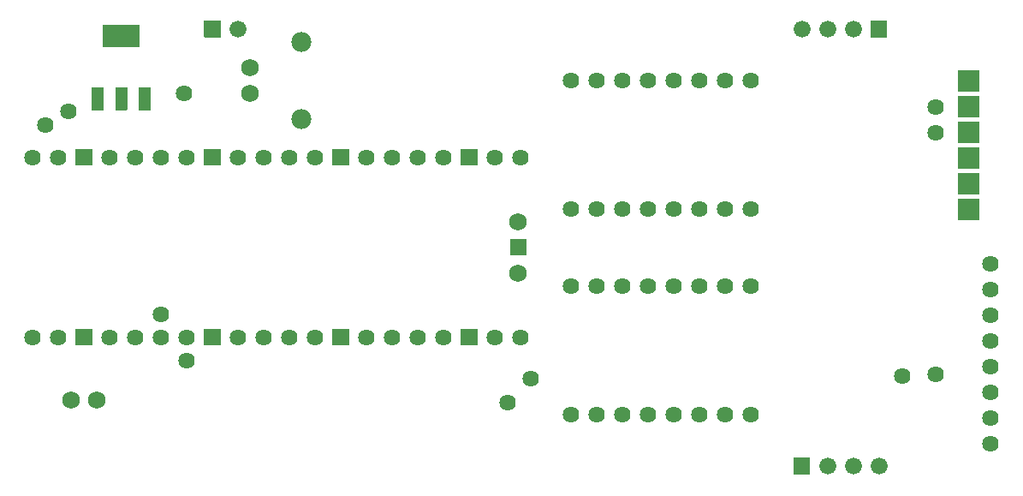
<source format=gts>
G04 Layer: TopSolderMaskLayer*
G04 EasyEDA v6.5.9, 2022-08-16 23:28:22*
G04 f5b14a09dd684442802db1c3ffc6393c,10*
G04 Gerber Generator version 0.2*
G04 Scale: 100 percent, Rotated: No, Reflected: No *
G04 Dimensions in millimeters *
G04 leading zeros omitted , absolute positions ,4 integer and 5 decimal *
%FSLAX45Y45*%
%MOMM*%

%ADD10C,1.7526*%
%ADD11C,1.9812*%
%ADD12C,1.6764*%
%ADD13C,1.6256*%
%ADD14C,1.7272*%
%ADD15C,0.0192*%

%LPD*%
D10*
G01*
X2286000Y4064000D03*
G01*
X2286000Y4318000D03*
G01*
X774700Y1028700D03*
G01*
X520700Y1028700D03*
D11*
G01*
X2794000Y3810000D03*
G01*
X2794000Y4572000D03*
G36*
X7668259Y297179D02*
G01*
X7666735Y297434D01*
X7665211Y298195D01*
X7664195Y299212D01*
X7663433Y300736D01*
X7663179Y302260D01*
X7663179Y302260D01*
X7663179Y459739D01*
X7663179Y459739D01*
X7663433Y461263D01*
X7664195Y462787D01*
X7665211Y463804D01*
X7666735Y464565D01*
X7668259Y464820D01*
X7825740Y464820D01*
X7827264Y464565D01*
X7828788Y463804D01*
X7829804Y462787D01*
X7830566Y461263D01*
X7830820Y459739D01*
X7830820Y459739D01*
X7830820Y302260D01*
X7830820Y302260D01*
X7830566Y300736D01*
X7829804Y299212D01*
X7828788Y298195D01*
X7827264Y297434D01*
X7825740Y297179D01*
G37*
D12*
G01*
X8001000Y381000D03*
G01*
X8255000Y381000D03*
G01*
X8509000Y381000D03*
G36*
X8430259Y4615179D02*
G01*
X8428735Y4615434D01*
X8427211Y4616195D01*
X8426195Y4617212D01*
X8425433Y4618736D01*
X8425179Y4620260D01*
X8425179Y4620260D01*
X8425179Y4777739D01*
X8425179Y4777739D01*
X8425433Y4779263D01*
X8426195Y4780787D01*
X8427211Y4781804D01*
X8428735Y4782565D01*
X8430259Y4782820D01*
X8587740Y4782820D01*
X8589264Y4782565D01*
X8590788Y4781804D01*
X8591804Y4780787D01*
X8592566Y4779263D01*
X8592820Y4777739D01*
X8592820Y4777739D01*
X8592820Y4620260D01*
X8592820Y4620260D01*
X8592566Y4618736D01*
X8591804Y4617212D01*
X8590788Y4616195D01*
X8589264Y4615434D01*
X8587740Y4615179D01*
G37*
G01*
X8255000Y4699000D03*
G01*
X8001000Y4699000D03*
G01*
X7747000Y4699000D03*
G36*
X1838960Y4615179D02*
G01*
X1837436Y4615434D01*
X1835912Y4616195D01*
X1834895Y4617212D01*
X1834134Y4618736D01*
X1833879Y4620260D01*
X1833879Y4777739D01*
X1834134Y4779263D01*
X1834895Y4780787D01*
X1835912Y4781804D01*
X1837436Y4782565D01*
X1838960Y4782820D01*
X1996440Y4782820D01*
X1997964Y4782565D01*
X1999488Y4781804D01*
X2000504Y4780787D01*
X2001266Y4779263D01*
X2001520Y4777739D01*
X2001520Y4777739D01*
X2001520Y4620260D01*
X2001520Y4620260D01*
X2001266Y4618736D01*
X2000504Y4617212D01*
X1999488Y4616195D01*
X1997964Y4615434D01*
X1996440Y4615179D01*
G37*
G01*
X2171700Y4699000D03*
D13*
G01*
X139700Y1651000D03*
G01*
X393700Y1651000D03*
G36*
X571500Y1569720D02*
G01*
X569976Y1569973D01*
X568452Y1570736D01*
X567436Y1571752D01*
X566673Y1573276D01*
X566420Y1574800D01*
X566420Y1727200D01*
X566673Y1728723D01*
X567436Y1730247D01*
X568452Y1731263D01*
X569976Y1732026D01*
X571500Y1732279D01*
X723900Y1732279D01*
X725423Y1732026D01*
X726947Y1731263D01*
X727963Y1730247D01*
X728726Y1728723D01*
X728979Y1727200D01*
X728979Y1574800D01*
X728726Y1573276D01*
X727963Y1571752D01*
X726947Y1570736D01*
X725423Y1569973D01*
X723900Y1569720D01*
G37*
G36*
X4381500Y1569720D02*
G01*
X4379975Y1569973D01*
X4378452Y1570736D01*
X4377436Y1571752D01*
X4376674Y1573276D01*
X4376420Y1574800D01*
X4376420Y1727200D01*
X4376674Y1728723D01*
X4377436Y1730247D01*
X4378452Y1731263D01*
X4379975Y1732026D01*
X4381500Y1732279D01*
X4533900Y1732279D01*
X4535424Y1732026D01*
X4536947Y1731263D01*
X4537963Y1730247D01*
X4538725Y1728723D01*
X4538979Y1727200D01*
X4538979Y1574800D01*
X4538725Y1573276D01*
X4537963Y1571752D01*
X4536947Y1570736D01*
X4535424Y1569973D01*
X4533900Y1569720D01*
G37*
G01*
X4711700Y1651000D03*
G01*
X4965700Y1651000D03*
G01*
X4965700Y3429000D03*
G01*
X4711700Y3429000D03*
G36*
X4381500Y3347720D02*
G01*
X4379975Y3347973D01*
X4378452Y3348736D01*
X4377436Y3349752D01*
X4376674Y3351276D01*
X4376420Y3352800D01*
X4376420Y3505200D01*
X4376674Y3506723D01*
X4377436Y3508247D01*
X4378452Y3509263D01*
X4379975Y3510026D01*
X4381500Y3510279D01*
X4533900Y3510279D01*
X4535424Y3510026D01*
X4536947Y3509263D01*
X4537963Y3508247D01*
X4538725Y3506723D01*
X4538979Y3505200D01*
X4538979Y3352800D01*
X4538725Y3351276D01*
X4537963Y3349752D01*
X4536947Y3348736D01*
X4535424Y3347973D01*
X4533900Y3347720D01*
G37*
G01*
X4203700Y3429000D03*
G01*
X3949700Y3429000D03*
G01*
X3695700Y3429000D03*
G01*
X3441700Y3429000D03*
G36*
X3111500Y3347720D02*
G01*
X3109975Y3347973D01*
X3108452Y3348736D01*
X3107436Y3349752D01*
X3106674Y3351276D01*
X3106420Y3352800D01*
X3106420Y3505200D01*
X3106674Y3506723D01*
X3107436Y3508247D01*
X3108452Y3509263D01*
X3109975Y3510026D01*
X3111500Y3510279D01*
X3263900Y3510279D01*
X3265424Y3510026D01*
X3266947Y3509263D01*
X3267963Y3508247D01*
X3268725Y3506723D01*
X3268979Y3505200D01*
X3268979Y3352800D01*
X3268725Y3351276D01*
X3267963Y3349752D01*
X3266947Y3348736D01*
X3265424Y3347973D01*
X3263900Y3347720D01*
G37*
G01*
X2933700Y3429000D03*
G01*
X2679700Y3429000D03*
G01*
X2425700Y3429000D03*
G01*
X2171700Y3429000D03*
G36*
X1841500Y3347720D02*
G01*
X1839976Y3347973D01*
X1838452Y3348736D01*
X1837436Y3349752D01*
X1836673Y3351276D01*
X1836420Y3352800D01*
X1836420Y3505200D01*
X1836673Y3506723D01*
X1837436Y3508247D01*
X1838452Y3509263D01*
X1839976Y3510026D01*
X1841500Y3510279D01*
X1993900Y3510279D01*
X1995424Y3510026D01*
X1996947Y3509263D01*
X1997963Y3508247D01*
X1998725Y3506723D01*
X1998979Y3505200D01*
X1998979Y3352800D01*
X1998725Y3351276D01*
X1997963Y3349752D01*
X1996947Y3348736D01*
X1995424Y3347973D01*
X1993900Y3347720D01*
G37*
G01*
X1663700Y3429000D03*
G01*
X1409700Y3429000D03*
G01*
X1155700Y3429000D03*
G01*
X901700Y3429000D03*
G36*
X571500Y3347720D02*
G01*
X569976Y3347973D01*
X568452Y3348736D01*
X567436Y3349752D01*
X566673Y3351276D01*
X566420Y3352800D01*
X566420Y3505200D01*
X566673Y3506723D01*
X567436Y3508247D01*
X568452Y3509263D01*
X569976Y3510026D01*
X571500Y3510279D01*
X723900Y3510279D01*
X725423Y3510026D01*
X726947Y3509263D01*
X727963Y3508247D01*
X728726Y3506723D01*
X728979Y3505200D01*
X728979Y3352800D01*
X728726Y3351276D01*
X727963Y3349752D01*
X726947Y3348736D01*
X725423Y3347973D01*
X723900Y3347720D01*
G37*
G01*
X393700Y3429000D03*
G01*
X139700Y3429000D03*
D14*
G01*
X4942713Y2286000D03*
G36*
X4866500Y2458720D02*
G01*
X4864976Y2458973D01*
X4863452Y2459736D01*
X4862436Y2460752D01*
X4861674Y2462276D01*
X4861420Y2463800D01*
X4861306Y2463800D01*
X4861306Y2616200D01*
X4861420Y2616200D01*
X4861674Y2617723D01*
X4862436Y2619247D01*
X4863452Y2620263D01*
X4864976Y2621026D01*
X4866500Y2621279D01*
X5018900Y2621279D01*
X5020424Y2621026D01*
X5021948Y2620263D01*
X5022964Y2619247D01*
X5023726Y2617723D01*
X5023980Y2616200D01*
X5023865Y2616200D01*
X5023865Y2463800D01*
X5023980Y2463800D01*
X5023726Y2462276D01*
X5022964Y2460752D01*
X5021948Y2459736D01*
X5020424Y2458973D01*
X5018900Y2458720D01*
G37*
G01*
X4942713Y2794000D03*
D13*
G01*
X901700Y1651000D03*
G01*
X1155700Y1651000D03*
G01*
X1409700Y1651000D03*
G01*
X1663700Y1651000D03*
G36*
X1841500Y1569720D02*
G01*
X1839976Y1569973D01*
X1838452Y1570736D01*
X1837436Y1571752D01*
X1836673Y1573276D01*
X1836420Y1574800D01*
X1836420Y1727200D01*
X1836673Y1728723D01*
X1837436Y1730247D01*
X1838452Y1731263D01*
X1839976Y1732026D01*
X1841500Y1732279D01*
X1993900Y1732279D01*
X1995424Y1732026D01*
X1996947Y1731263D01*
X1997963Y1730247D01*
X1998725Y1728723D01*
X1998979Y1727200D01*
X1998979Y1574800D01*
X1998725Y1573276D01*
X1997963Y1571752D01*
X1996947Y1570736D01*
X1995424Y1569973D01*
X1993900Y1569720D01*
G37*
G01*
X2171700Y1651000D03*
G01*
X2425700Y1651000D03*
G01*
X2679700Y1651000D03*
G01*
X2933700Y1651000D03*
G36*
X3111500Y1569720D02*
G01*
X3109975Y1569973D01*
X3108452Y1570736D01*
X3107436Y1571752D01*
X3106674Y1573276D01*
X3106420Y1574800D01*
X3106420Y1727200D01*
X3106674Y1728723D01*
X3107436Y1730247D01*
X3108452Y1731263D01*
X3109975Y1732026D01*
X3111500Y1732279D01*
X3263900Y1732279D01*
X3265424Y1732026D01*
X3266947Y1731263D01*
X3267963Y1730247D01*
X3268725Y1728723D01*
X3268979Y1727200D01*
X3268979Y1574800D01*
X3268725Y1573276D01*
X3267963Y1571752D01*
X3266947Y1570736D01*
X3265424Y1569973D01*
X3263900Y1569720D01*
G37*
G01*
X3441700Y1651000D03*
G01*
X3695700Y1651000D03*
G01*
X3949700Y1651000D03*
G01*
X4203700Y1651000D03*
G01*
X5969000Y2159000D03*
G01*
X5715000Y2159000D03*
G01*
X5461000Y2159000D03*
G01*
X6223000Y2159000D03*
G01*
X6477000Y2159000D03*
G01*
X6731000Y2159000D03*
G01*
X6985000Y2159000D03*
G01*
X7239000Y2159000D03*
G01*
X7239000Y889000D03*
G01*
X6985000Y889000D03*
G01*
X6731000Y889000D03*
G01*
X6477000Y889000D03*
G01*
X6223000Y889000D03*
G01*
X5969000Y889000D03*
G01*
X5715000Y889000D03*
G01*
X5461000Y889000D03*
G01*
X6731000Y2921000D03*
G01*
X6985000Y2921000D03*
G01*
X7239000Y2921000D03*
G01*
X6477000Y2921000D03*
G01*
X6223000Y2921000D03*
G01*
X5969000Y2921000D03*
G01*
X5715000Y2921000D03*
G01*
X5461000Y2921000D03*
G01*
X5461000Y4191000D03*
G01*
X5715000Y4191000D03*
G01*
X5969000Y4191000D03*
G01*
X6223000Y4191000D03*
G01*
X6477000Y4191000D03*
G01*
X6731000Y4191000D03*
G01*
X6985000Y4191000D03*
G01*
X7239000Y4191000D03*
G36*
X840739Y4514850D02*
G01*
X839215Y4515104D01*
X837692Y4515865D01*
X836676Y4516881D01*
X835913Y4518405D01*
X835660Y4519929D01*
X835660Y4735829D01*
X835913Y4737354D01*
X836676Y4738878D01*
X837692Y4739894D01*
X839215Y4740655D01*
X840739Y4740910D01*
X1191260Y4740910D01*
X1192784Y4740655D01*
X1194307Y4739894D01*
X1195323Y4738878D01*
X1196086Y4737354D01*
X1196339Y4735829D01*
X1196339Y4519929D01*
X1196086Y4518405D01*
X1195323Y4516881D01*
X1194307Y4515865D01*
X1192784Y4515104D01*
X1191260Y4514850D01*
G37*
G36*
X1192529Y3895089D02*
G01*
X1191005Y3895344D01*
X1189481Y3896105D01*
X1188465Y3897121D01*
X1187704Y3898645D01*
X1187450Y3900170D01*
X1187450Y4116070D01*
X1187704Y4117594D01*
X1188465Y4119118D01*
X1189481Y4120134D01*
X1191005Y4120895D01*
X1192529Y4121150D01*
X1301750Y4121150D01*
X1303273Y4120895D01*
X1304797Y4120134D01*
X1305813Y4119118D01*
X1306576Y4117594D01*
X1306829Y4116070D01*
X1306829Y3900170D01*
X1306576Y3898645D01*
X1305813Y3897121D01*
X1304797Y3896105D01*
X1303273Y3895344D01*
X1301750Y3895089D01*
G37*
G36*
X961389Y3895089D02*
G01*
X959865Y3895344D01*
X958342Y3896105D01*
X957326Y3897121D01*
X956563Y3898645D01*
X956310Y3900170D01*
X956310Y4116070D01*
X956563Y4117594D01*
X957326Y4119118D01*
X958342Y4120134D01*
X959865Y4120895D01*
X961389Y4121150D01*
X1070610Y4121150D01*
X1072134Y4120895D01*
X1073657Y4120134D01*
X1074673Y4119118D01*
X1075436Y4117594D01*
X1075689Y4116070D01*
X1075689Y3900170D01*
X1075436Y3898645D01*
X1074673Y3897121D01*
X1073657Y3896105D01*
X1072134Y3895344D01*
X1070610Y3895089D01*
G37*
G36*
X730250Y3895089D02*
G01*
X728726Y3895344D01*
X727202Y3896105D01*
X726186Y3897121D01*
X725423Y3898645D01*
X725170Y3900170D01*
X725170Y4116070D01*
X725423Y4117594D01*
X726186Y4119118D01*
X727202Y4120134D01*
X728726Y4120895D01*
X730250Y4121150D01*
X839470Y4121150D01*
X840994Y4120895D01*
X842518Y4120134D01*
X843534Y4119118D01*
X844295Y4117594D01*
X844550Y4116070D01*
X844550Y3900170D01*
X844295Y3898645D01*
X843534Y3897121D01*
X842518Y3896105D01*
X840994Y3895344D01*
X839470Y3895089D01*
G37*
G36*
X9298000Y2806920D02*
G01*
X9296476Y2807174D01*
X9294952Y2807936D01*
X9293936Y2808952D01*
X9293174Y2810476D01*
X9292920Y2812000D01*
X9292843Y2812034D01*
X9292843Y3011931D01*
X9292920Y3012000D01*
X9293174Y3013524D01*
X9293936Y3015048D01*
X9294952Y3016064D01*
X9296476Y3016826D01*
X9298000Y3017080D01*
X9297924Y3017012D01*
X9498075Y3017012D01*
X9497999Y3017080D01*
X9499523Y3016826D01*
X9501047Y3016064D01*
X9502063Y3015048D01*
X9502825Y3013524D01*
X9503079Y3012000D01*
X9503156Y3011931D01*
X9503156Y2812034D01*
X9503079Y2812000D01*
X9502825Y2810476D01*
X9502063Y2808952D01*
X9501047Y2807936D01*
X9499523Y2807174D01*
X9497999Y2806920D01*
X9498075Y2806954D01*
X9297924Y2806954D01*
G37*
G36*
X9298000Y3060920D02*
G01*
X9296476Y3061174D01*
X9294952Y3061936D01*
X9293936Y3062952D01*
X9293174Y3064476D01*
X9292920Y3066000D01*
X9292843Y3066034D01*
X9292843Y3265931D01*
X9292920Y3266000D01*
X9293174Y3267524D01*
X9293936Y3269048D01*
X9294952Y3270064D01*
X9296476Y3270826D01*
X9298000Y3271080D01*
X9297924Y3271012D01*
X9498075Y3271012D01*
X9497999Y3271080D01*
X9499523Y3270826D01*
X9501047Y3270064D01*
X9502063Y3269048D01*
X9502825Y3267524D01*
X9503079Y3266000D01*
X9503156Y3265931D01*
X9503156Y3066034D01*
X9503079Y3066000D01*
X9502825Y3064476D01*
X9502063Y3062952D01*
X9501047Y3061936D01*
X9499523Y3061174D01*
X9497999Y3060920D01*
X9498075Y3060954D01*
X9297924Y3060954D01*
G37*
G36*
X9298000Y3314920D02*
G01*
X9296476Y3315174D01*
X9294952Y3315936D01*
X9293936Y3316952D01*
X9293174Y3318476D01*
X9292920Y3320000D01*
X9292843Y3320034D01*
X9292843Y3519931D01*
X9292920Y3520000D01*
X9293174Y3521524D01*
X9293936Y3523048D01*
X9294952Y3524064D01*
X9296476Y3524826D01*
X9298000Y3525080D01*
X9297924Y3525012D01*
X9498075Y3525012D01*
X9497999Y3525080D01*
X9499523Y3524826D01*
X9501047Y3524064D01*
X9502063Y3523048D01*
X9502825Y3521524D01*
X9503079Y3520000D01*
X9503156Y3519931D01*
X9503156Y3320034D01*
X9503079Y3320000D01*
X9502825Y3318476D01*
X9502063Y3316952D01*
X9501047Y3315936D01*
X9499523Y3315174D01*
X9497999Y3314920D01*
X9498075Y3314954D01*
X9297924Y3314954D01*
G37*
G36*
X9298000Y3568920D02*
G01*
X9296476Y3569174D01*
X9294952Y3569936D01*
X9293936Y3570952D01*
X9293174Y3572476D01*
X9292920Y3574000D01*
X9292843Y3574034D01*
X9292843Y3773931D01*
X9292920Y3774000D01*
X9293174Y3775524D01*
X9293936Y3777048D01*
X9294952Y3778064D01*
X9296476Y3778826D01*
X9298000Y3779080D01*
X9297924Y3779012D01*
X9498075Y3779012D01*
X9497999Y3779080D01*
X9499523Y3778826D01*
X9501047Y3778064D01*
X9502063Y3777048D01*
X9502825Y3775524D01*
X9503079Y3774000D01*
X9503156Y3773931D01*
X9503156Y3574034D01*
X9503079Y3574000D01*
X9502825Y3572476D01*
X9502063Y3570952D01*
X9501047Y3569936D01*
X9499523Y3569174D01*
X9497999Y3568920D01*
X9498075Y3568954D01*
X9297924Y3568954D01*
G37*
G36*
X9298000Y3822920D02*
G01*
X9296476Y3823174D01*
X9294952Y3823936D01*
X9293936Y3824952D01*
X9293174Y3826476D01*
X9292920Y3828000D01*
X9292843Y3828034D01*
X9292843Y4027931D01*
X9292920Y4028000D01*
X9293174Y4029524D01*
X9293936Y4031048D01*
X9294952Y4032064D01*
X9296476Y4032826D01*
X9298000Y4033080D01*
X9297924Y4033012D01*
X9498075Y4033012D01*
X9497999Y4033080D01*
X9499523Y4032826D01*
X9501047Y4032064D01*
X9502063Y4031048D01*
X9502825Y4029524D01*
X9503079Y4028000D01*
X9503156Y4027931D01*
X9503156Y3828034D01*
X9503079Y3828000D01*
X9502825Y3826476D01*
X9502063Y3824952D01*
X9501047Y3823936D01*
X9499523Y3823174D01*
X9497999Y3822920D01*
X9498075Y3822954D01*
X9297924Y3822954D01*
G37*
G36*
X9298000Y4076920D02*
G01*
X9296476Y4077174D01*
X9294952Y4077936D01*
X9293936Y4078952D01*
X9293174Y4080476D01*
X9292920Y4082000D01*
X9292843Y4082034D01*
X9292843Y4281931D01*
X9292920Y4282000D01*
X9293174Y4283524D01*
X9293936Y4285048D01*
X9294952Y4286064D01*
X9296476Y4286826D01*
X9298000Y4287080D01*
X9297924Y4287012D01*
X9498075Y4287012D01*
X9497999Y4287080D01*
X9499523Y4286826D01*
X9501047Y4286064D01*
X9502063Y4285048D01*
X9502825Y4283524D01*
X9503079Y4282000D01*
X9503156Y4281931D01*
X9503156Y4082034D01*
X9503079Y4082000D01*
X9502825Y4080476D01*
X9502063Y4078952D01*
X9501047Y4077936D01*
X9499523Y4077174D01*
X9497999Y4076920D01*
X9498075Y4076954D01*
X9297924Y4076954D01*
G37*
G01*
X9613900Y596900D03*
G01*
X9613900Y850900D03*
G01*
X9613900Y1104900D03*
G01*
X9613900Y1358900D03*
G01*
X9613900Y1612900D03*
G01*
X9613900Y1866900D03*
G01*
X9613900Y2120900D03*
G01*
X9613900Y2374900D03*
G01*
X4838700Y1003300D03*
G01*
X5067300Y1244600D03*
G01*
X8737600Y1270000D03*
G01*
X9067800Y1282700D03*
G01*
X1638300Y4064000D03*
G01*
X266700Y3746500D03*
G01*
X495300Y3886200D03*
G01*
X1663700Y1422400D03*
G01*
X9067800Y3670300D03*
G01*
X9067800Y3924300D03*
G01*
X1409700Y1879600D03*
M02*

</source>
